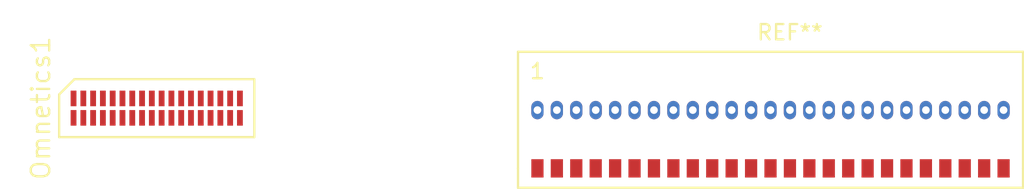
<source format=kicad_pcb>
(kicad_pcb (version 4) (host pcbnew 4.0.7)

  (general
    (links 0)
    (no_connects 0)
    (area 125.293144 53.280286 245.296 127.275001)
    (thickness 1.6)
    (drawings 0)
    (tracks 0)
    (zones 0)
    (modules 2)
    (nets 1)
  )

  (page A4)
  (layers
    (0 F.Cu signal)
    (31 B.Cu signal)
    (32 B.Adhes user)
    (33 F.Adhes user)
    (34 B.Paste user)
    (35 F.Paste user)
    (36 B.SilkS user)
    (37 F.SilkS user)
    (38 B.Mask user)
    (39 F.Mask user)
    (40 Dwgs.User user)
    (41 Cmts.User user)
    (42 Eco1.User user)
    (43 Eco2.User user)
    (44 Edge.Cuts user)
    (45 Margin user)
    (46 B.CrtYd user)
    (47 F.CrtYd user)
    (48 B.Fab user)
    (49 F.Fab user)
  )

  (setup
    (last_trace_width 0.25)
    (trace_clearance 0.2)
    (zone_clearance 0.508)
    (zone_45_only no)
    (trace_min 0.2)
    (segment_width 0.2)
    (edge_width 0.15)
    (via_size 0.6)
    (via_drill 0.4)
    (via_min_size 0.4)
    (via_min_drill 0.3)
    (uvia_size 0.3)
    (uvia_drill 0.1)
    (uvias_allowed no)
    (uvia_min_size 0.2)
    (uvia_min_drill 0.1)
    (pcb_text_width 0.3)
    (pcb_text_size 1.5 1.5)
    (mod_edge_width 0.15)
    (mod_text_size 1 1)
    (mod_text_width 0.15)
    (pad_size 1.524 1.524)
    (pad_drill 0.762)
    (pad_to_mask_clearance 0.2)
    (aux_axis_origin 0 0)
    (visible_elements 7FFFFFFF)
    (pcbplotparams
      (layerselection 0x00030_80000001)
      (usegerberextensions false)
      (excludeedgelayer true)
      (linewidth 0.100000)
      (plotframeref false)
      (viasonmask false)
      (mode 1)
      (useauxorigin false)
      (hpglpennumber 1)
      (hpglpenspeed 20)
      (hpglpendiameter 15)
      (hpglpenoverlay 2)
      (psnegative false)
      (psa4output false)
      (plotreference true)
      (plotvalue true)
      (plotinvisibletext false)
      (padsonsilk false)
      (subtractmaskfromsilk false)
      (outputformat 1)
      (mirror false)
      (drillshape 1)
      (scaleselection 1)
      (outputdirectory ""))
  )

  (net 0 "")

  (net_class Default "This is the default net class."
    (clearance 0.2)
    (trace_width 0.25)
    (via_dia 0.6)
    (via_drill 0.4)
    (uvia_dia 0.3)
    (uvia_drill 0.1)
  )

  (module OmneticsConnector:Omnetics_A79025-001 (layer F.Cu) (tedit 5B0F1DF1) (tstamp 5B620B61)
    (at 135.636 58.166)
    (tags "Omnetics, Wireless EMG")
    (fp_text reference Omnetics1 (at -7.58 0 90) (layer F.SilkS)
      (effects (font (size 1.2 1.2) (thickness 0.15)))
    )
    (fp_text value Conn_02x18_Odd_Even (at 0 2.54) (layer F.Fab)
      (effects (font (size 1.2 1.2) (thickness 0.15)))
    )
    (fp_line (start -5.38 -1.895) (end -6.38 -0.895) (layer F.SilkS) (width 0.15))
    (fp_line (start -6.38 -0.895) (end -6.38 1.895) (layer F.SilkS) (width 0.15))
    (fp_line (start -6.38 1.895) (end 6.38 1.895) (layer F.SilkS) (width 0.15))
    (fp_line (start 6.38 1.895) (end 6.38 -1.895) (layer F.SilkS) (width 0.15))
    (fp_line (start 6.38 -1.895) (end -5.38 -1.895) (layer F.SilkS) (width 0.15))
    (pad 2 smd rect (at -5.44 -0.635) (size 0.38 1.02) (layers F.Cu F.Paste F.Mask))
    (pad 1 smd rect (at -5.44 0.635) (size 0.38 1.02) (layers F.Cu F.Paste F.Mask))
    (pad 4 smd rect (at -4.8 -0.635) (size 0.38 1.02) (layers F.Cu F.Paste F.Mask))
    (pad 3 smd rect (at -4.8 0.635) (size 0.38 1.02) (layers F.Cu F.Paste F.Mask))
    (pad 6 smd rect (at -4.16 -0.635) (size 0.38 1.02) (layers F.Cu F.Paste F.Mask))
    (pad 5 smd rect (at -4.16 0.635) (size 0.38 1.02) (layers F.Cu F.Paste F.Mask))
    (pad 8 smd rect (at -3.52 -0.635) (size 0.38 1.02) (layers F.Cu F.Paste F.Mask))
    (pad 7 smd rect (at -3.52 0.635) (size 0.38 1.02) (layers F.Cu F.Paste F.Mask))
    (pad 10 smd rect (at -2.88 -0.635) (size 0.38 1.02) (layers F.Cu F.Paste F.Mask))
    (pad 9 smd rect (at -2.88 0.635) (size 0.38 1.02) (layers F.Cu F.Paste F.Mask))
    (pad 12 smd rect (at -2.24 -0.635) (size 0.38 1.02) (layers F.Cu F.Paste F.Mask))
    (pad 11 smd rect (at -2.24 0.635) (size 0.38 1.02) (layers F.Cu F.Paste F.Mask))
    (pad 14 smd rect (at -1.6 -0.635) (size 0.38 1.02) (layers F.Cu F.Paste F.Mask))
    (pad 13 smd rect (at -1.6 0.635) (size 0.38 1.02) (layers F.Cu F.Paste F.Mask))
    (pad 16 smd rect (at -0.96 -0.635) (size 0.38 1.02) (layers F.Cu F.Paste F.Mask))
    (pad 15 smd rect (at -0.96 0.635) (size 0.38 1.02) (layers F.Cu F.Paste F.Mask))
    (pad 18 smd rect (at -0.32 -0.635) (size 0.38 1.02) (layers F.Cu F.Paste F.Mask))
    (pad 17 smd rect (at -0.32 0.635) (size 0.38 1.02) (layers F.Cu F.Paste F.Mask))
    (pad 20 smd rect (at 0.32 -0.635) (size 0.38 1.02) (layers F.Cu F.Paste F.Mask))
    (pad 19 smd rect (at 0.32 0.635) (size 0.38 1.02) (layers F.Cu F.Paste F.Mask))
    (pad 22 smd rect (at 0.96 -0.635) (size 0.38 1.02) (layers F.Cu F.Paste F.Mask))
    (pad 21 smd rect (at 0.96 0.635) (size 0.38 1.02) (layers F.Cu F.Paste F.Mask))
    (pad 24 smd rect (at 1.6 -0.635) (size 0.38 1.02) (layers F.Cu F.Paste F.Mask))
    (pad 23 smd rect (at 1.6 0.635) (size 0.38 1.02) (layers F.Cu F.Paste F.Mask))
    (pad 26 smd rect (at 2.24 -0.635) (size 0.38 1.02) (layers F.Cu F.Paste F.Mask))
    (pad 25 smd rect (at 2.24 0.635) (size 0.38 1.02) (layers F.Cu F.Paste F.Mask))
    (pad 28 smd rect (at 2.88 -0.635) (size 0.38 1.02) (layers F.Cu F.Paste F.Mask))
    (pad 27 smd rect (at 2.88 0.635) (size 0.38 1.02) (layers F.Cu F.Paste F.Mask))
    (pad 30 smd rect (at 3.52 -0.635) (size 0.38 1.02) (layers F.Cu F.Paste F.Mask))
    (pad 29 smd rect (at 3.52 0.635) (size 0.38 1.02) (layers F.Cu F.Paste F.Mask))
    (pad 32 smd rect (at 4.16 -0.635) (size 0.38 1.02) (layers F.Cu F.Paste F.Mask))
    (pad 31 smd rect (at 4.16 0.635) (size 0.38 1.02) (layers F.Cu F.Paste F.Mask))
    (pad 34 smd rect (at 4.8 -0.635) (size 0.38 1.02) (layers F.Cu F.Paste F.Mask))
    (pad 33 smd rect (at 4.8 0.635) (size 0.38 1.02) (layers F.Cu F.Paste F.Mask))
    (pad 36 smd rect (at 5.44 -0.635) (size 0.38 1.02) (layers F.Cu F.Paste F.Mask))
    (pad 35 smd rect (at 5.44 0.635) (size 0.38 1.02) (layers F.Cu F.Paste F.Mask))
  )

  (module samtec:FTSH-125-01-F-MT (layer F.Cu) (tedit 5B6233CF) (tstamp 5B6235F6)
    (at 175.768 57.023)
    (fp_text reference REF** (at 1.27 -3.81) (layer F.SilkS)
      (effects (font (size 1 1) (thickness 0.15)))
    )
    (fp_text value FTSH-125-01-F-MT (at 0 -5.08) (layer F.Fab)
      (effects (font (size 1 1) (thickness 0.15)))
    )
    (fp_line (start 16.51 5.08) (end 16.51 6.35) (layer F.SilkS) (width 0.15))
    (fp_line (start 16.51 6.35) (end -16.51 6.35) (layer F.SilkS) (width 0.15))
    (fp_line (start -16.51 6.35) (end -16.51 5.08) (layer F.SilkS) (width 0.15))
    (fp_text user 1 (at -15.24 -1.27) (layer F.SilkS)
      (effects (font (size 1 1) (thickness 0.15)))
    )
    (fp_line (start -16.51 -2.54) (end -16.51 5.08) (layer F.SilkS) (width 0.15))
    (fp_line (start 16.51 5.08) (end 16.51 -2.54) (layer F.SilkS) (width 0.15))
    (fp_line (start 16.51 -2.54) (end -16.51 -2.54) (layer F.SilkS) (width 0.15))
    (pad 1 thru_hole oval (at -15.24 1.27) (size 0.8 1.2) (drill 0.5) (layers B.Cu B.Mask))
    (pad 2 thru_hole oval (at -13.97 1.27) (size 0.8 1.2) (drill 0.5) (layers B.Cu B.Mask))
    (pad 3 thru_hole oval (at -12.7 1.27) (size 0.8 1.2) (drill 0.5) (layers B.Cu B.Mask))
    (pad 4 thru_hole oval (at -11.43 1.27) (size 0.8 1.2) (drill 0.5) (layers B.Cu B.Mask))
    (pad 5 thru_hole oval (at -10.16 1.27) (size 0.8 1.2) (drill 0.5) (layers B.Cu B.Mask))
    (pad 6 thru_hole oval (at -8.89 1.27) (size 0.8 1.2) (drill 0.5) (layers B.Cu B.Mask))
    (pad 7 thru_hole oval (at -7.62 1.27) (size 0.8 1.2) (drill 0.5) (layers B.Cu B.Mask))
    (pad 8 thru_hole oval (at -6.35 1.27) (size 0.8 1.2) (drill 0.5) (layers B.Cu B.Mask))
    (pad 9 thru_hole oval (at -5.08 1.27) (size 0.8 1.2) (drill 0.5) (layers B.Cu B.Mask))
    (pad 10 thru_hole oval (at -3.81 1.27) (size 0.8 1.2) (drill 0.5) (layers B.Cu B.Mask))
    (pad 11 thru_hole oval (at -2.54 1.27) (size 0.8 1.2) (drill 0.5) (layers B.Cu B.Mask))
    (pad 12 thru_hole oval (at -1.27 1.27) (size 0.8 1.2) (drill 0.5) (layers B.Cu B.Mask))
    (pad 13 thru_hole oval (at 0 1.27) (size 0.8 1.2) (drill 0.5) (layers B.Cu B.Mask))
    (pad 14 thru_hole oval (at 1.27 1.27) (size 0.8 1.2) (drill 0.5) (layers B.Cu B.Mask))
    (pad 15 thru_hole oval (at 2.54 1.27) (size 0.8 1.2) (drill 0.5) (layers B.Cu B.Mask))
    (pad 16 thru_hole oval (at 3.81 1.27) (size 0.8 1.2) (drill 0.5) (layers B.Cu B.Mask))
    (pad 17 thru_hole oval (at 5.08 1.27) (size 0.8 1.2) (drill 0.5) (layers B.Cu B.Mask))
    (pad 18 thru_hole oval (at 6.35 1.27) (size 0.8 1.2) (drill 0.5) (layers B.Cu B.Mask))
    (pad 19 thru_hole oval (at 7.62 1.27) (size 0.8 1.2) (drill 0.5) (layers B.Cu B.Mask))
    (pad 20 thru_hole oval (at 8.89 1.27) (size 0.8 1.2) (drill 0.5) (layers B.Cu B.Mask))
    (pad 21 thru_hole oval (at 10.16 1.27) (size 0.8 1.2) (drill 0.5) (layers B.Cu B.Mask))
    (pad 22 thru_hole oval (at 11.43 1.27) (size 0.8 1.2) (drill 0.5) (layers B.Cu B.Mask))
    (pad 23 thru_hole oval (at 12.7 1.27) (size 0.8 1.2) (drill 0.5) (layers B.Cu B.Mask))
    (pad 24 thru_hole oval (at 13.97 1.27) (size 0.8 1.2) (drill 0.5) (layers B.Cu B.Mask))
    (pad 25 thru_hole oval (at 15.24 1.27) (size 0.8 1.2) (drill 0.5) (layers B.Cu B.Mask))
    (pad 26 smd rect (at -15.24 5.08) (size 0.8 1.2) (layers F.Cu F.Paste F.Mask))
    (pad 27 smd rect (at -13.97 5.08) (size 0.8 1.2) (layers F.Cu F.Paste F.Mask))
    (pad 28 smd rect (at -12.7 5.08) (size 0.8 1.2) (layers F.Cu F.Paste F.Mask))
    (pad 29 smd rect (at -11.43 5.08) (size 0.8 1.2) (layers F.Cu F.Paste F.Mask))
    (pad 30 smd rect (at -10.16 5.08) (size 0.8 1.2) (layers F.Cu F.Paste F.Mask))
    (pad 31 smd rect (at -8.89 5.08) (size 0.8 1.2) (layers F.Cu F.Paste F.Mask))
    (pad 32 smd rect (at -7.62 5.08) (size 0.8 1.2) (layers F.Cu F.Paste F.Mask))
    (pad 33 smd rect (at -6.35 5.08) (size 0.8 1.2) (layers F.Cu F.Paste F.Mask))
    (pad 34 smd rect (at -5.08 5.08) (size 0.8 1.2) (layers F.Cu F.Paste F.Mask))
    (pad 35 smd rect (at -3.81 5.08) (size 0.8 1.2) (layers F.Cu F.Paste F.Mask))
    (pad 36 smd rect (at -2.54 5.08) (size 0.8 1.2) (layers F.Cu F.Paste F.Mask))
    (pad 37 smd rect (at -1.27 5.08) (size 0.8 1.2) (layers F.Cu F.Paste F.Mask))
    (pad 38 smd rect (at 0 5.08) (size 0.8 1.2) (layers F.Cu F.Paste F.Mask))
    (pad 39 smd rect (at 1.27 5.08) (size 0.8 1.2) (layers F.Cu F.Paste F.Mask))
    (pad 40 smd rect (at 2.54 5.08) (size 0.8 1.2) (layers F.Cu F.Paste F.Mask))
    (pad 41 smd rect (at 3.81 5.08) (size 0.8 1.2) (layers F.Cu F.Paste F.Mask))
    (pad 42 smd rect (at 5.08 5.08) (size 0.8 1.2) (layers F.Cu F.Paste F.Mask))
    (pad 43 smd rect (at 6.35 5.08) (size 0.8 1.2) (layers F.Cu F.Paste F.Mask))
    (pad 44 smd rect (at 7.62 5.08) (size 0.8 1.2) (layers F.Cu F.Paste F.Mask))
    (pad 45 smd rect (at 8.89 5.08) (size 0.8 1.2) (layers F.Cu F.Paste F.Mask))
    (pad 46 smd rect (at 10.16 5.08) (size 0.8 1.2) (layers F.Cu F.Paste F.Mask))
    (pad 47 smd rect (at 11.43 5.08) (size 0.8 1.2) (layers F.Cu F.Paste F.Mask))
    (pad 48 smd rect (at 12.7 5.08) (size 0.8 1.2) (layers F.Cu F.Paste F.Mask))
    (pad 49 smd rect (at 13.97 5.08) (size 0.8 1.2) (layers F.Cu F.Paste F.Mask))
    (pad 50 smd rect (at 15.24 5.08) (size 0.8 1.2) (layers F.Cu F.Paste F.Mask))
  )

)

</source>
